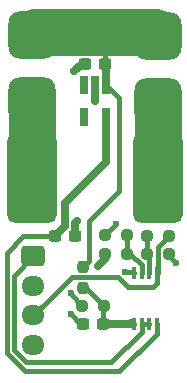
<source format=gtl>
G04 #@! TF.GenerationSoftware,KiCad,Pcbnew,7.0.8*
G04 #@! TF.CreationDate,2024-04-19T19:22:21-04:00*
G04 #@! TF.ProjectId,PMB,504d422e-6b69-4636-9164-5f7063625858,rev?*
G04 #@! TF.SameCoordinates,Original*
G04 #@! TF.FileFunction,Copper,L1,Top*
G04 #@! TF.FilePolarity,Positive*
%FSLAX46Y46*%
G04 Gerber Fmt 4.6, Leading zero omitted, Abs format (unit mm)*
G04 Created by KiCad (PCBNEW 7.0.8) date 2024-04-19 19:22:21*
%MOMM*%
%LPD*%
G01*
G04 APERTURE LIST*
G04 Aperture macros list*
%AMRoundRect*
0 Rectangle with rounded corners*
0 $1 Rounding radius*
0 $2 $3 $4 $5 $6 $7 $8 $9 X,Y pos of 4 corners*
0 Add a 4 corners polygon primitive as box body*
4,1,4,$2,$3,$4,$5,$6,$7,$8,$9,$2,$3,0*
0 Add four circle primitives for the rounded corners*
1,1,$1+$1,$2,$3*
1,1,$1+$1,$4,$5*
1,1,$1+$1,$6,$7*
1,1,$1+$1,$8,$9*
0 Add four rect primitives between the rounded corners*
20,1,$1+$1,$2,$3,$4,$5,0*
20,1,$1+$1,$4,$5,$6,$7,0*
20,1,$1+$1,$6,$7,$8,$9,0*
20,1,$1+$1,$8,$9,$2,$3,0*%
G04 Aperture macros list end*
G04 #@! TA.AperFunction,ComponentPad*
%ADD10RoundRect,1.000000X-1.000000X-1.000000X1.000000X-1.000000X1.000000X1.000000X-1.000000X1.000000X0*%
G04 #@! TD*
G04 #@! TA.AperFunction,SMDPad,CuDef*
%ADD11R,0.400000X1.100000*%
G04 #@! TD*
G04 #@! TA.AperFunction,SMDPad,CuDef*
%ADD12RoundRect,0.237500X0.250000X0.237500X-0.250000X0.237500X-0.250000X-0.237500X0.250000X-0.237500X0*%
G04 #@! TD*
G04 #@! TA.AperFunction,SMDPad,CuDef*
%ADD13RoundRect,0.636363X1.463637X3.163637X-1.463637X3.163637X-1.463637X-3.163637X1.463637X-3.163637X0*%
G04 #@! TD*
G04 #@! TA.AperFunction,SMDPad,CuDef*
%ADD14RoundRect,0.237500X0.300000X0.237500X-0.300000X0.237500X-0.300000X-0.237500X0.300000X-0.237500X0*%
G04 #@! TD*
G04 #@! TA.AperFunction,SMDPad,CuDef*
%ADD15RoundRect,0.237500X-0.237500X0.250000X-0.237500X-0.250000X0.237500X-0.250000X0.237500X0.250000X0*%
G04 #@! TD*
G04 #@! TA.AperFunction,SMDPad,CuDef*
%ADD16RoundRect,0.237500X-0.250000X-0.237500X0.250000X-0.237500X0.250000X0.237500X-0.250000X0.237500X0*%
G04 #@! TD*
G04 #@! TA.AperFunction,SMDPad,CuDef*
%ADD17R,0.650000X1.560000*%
G04 #@! TD*
G04 #@! TA.AperFunction,ComponentPad*
%ADD18RoundRect,1.000000X1.000000X1.000000X-1.000000X1.000000X-1.000000X-1.000000X1.000000X-1.000000X0*%
G04 #@! TD*
G04 #@! TA.AperFunction,ComponentPad*
%ADD19RoundRect,0.250000X-0.725000X0.600000X-0.725000X-0.600000X0.725000X-0.600000X0.725000X0.600000X0*%
G04 #@! TD*
G04 #@! TA.AperFunction,ComponentPad*
%ADD20O,1.950000X1.700000*%
G04 #@! TD*
G04 #@! TA.AperFunction,ViaPad*
%ADD21C,0.600000*%
G04 #@! TD*
G04 #@! TA.AperFunction,Conductor*
%ADD22C,0.650000*%
G04 #@! TD*
G04 #@! TA.AperFunction,Conductor*
%ADD23C,0.400000*%
G04 #@! TD*
G04 #@! TA.AperFunction,Conductor*
%ADD24C,4.000000*%
G04 #@! TD*
G04 APERTURE END LIST*
D10*
X162307125Y-82104190D03*
X162307125Y-87692190D03*
D11*
X162218194Y-102173104D03*
X161568194Y-102173104D03*
X160918194Y-102173104D03*
X160268194Y-102173104D03*
X160268194Y-106473104D03*
X160918194Y-106473104D03*
X161568194Y-106473104D03*
X162218194Y-106473104D03*
D12*
X163218500Y-100510296D03*
X161393500Y-100510296D03*
X159662500Y-100519965D03*
X157837500Y-100519965D03*
D13*
X162316862Y-94099085D03*
X151648862Y-94099085D03*
D14*
X157677946Y-106462861D03*
X155952946Y-106462861D03*
D15*
X155956000Y-101609911D03*
X155956000Y-103434911D03*
D16*
X157837500Y-98961485D03*
X159662500Y-98961485D03*
D14*
X155294500Y-99060000D03*
X153569500Y-99060000D03*
X157823849Y-84436857D03*
X156098849Y-84436857D03*
D16*
X161393500Y-98986296D03*
X163218500Y-98986296D03*
D17*
X157920611Y-86208619D03*
X156970611Y-86208619D03*
X156020611Y-86208619D03*
X156020611Y-88908619D03*
X157920611Y-88908619D03*
D18*
X151638000Y-87630000D03*
X151638000Y-82042000D03*
D12*
X157728009Y-104933175D03*
X155903009Y-104933175D03*
D19*
X151759554Y-100745813D03*
D20*
X151759554Y-103245813D03*
X151759554Y-105745813D03*
X151759554Y-108245813D03*
D21*
X154693417Y-83337912D03*
X157693417Y-83337912D03*
X156693417Y-81337912D03*
X159693417Y-80337912D03*
X158693417Y-80337912D03*
X159693417Y-83337912D03*
X159693417Y-81337912D03*
X159693417Y-82337912D03*
X155693417Y-80337912D03*
X158693417Y-82337912D03*
X157693417Y-80337912D03*
X157693417Y-82337912D03*
X156693417Y-82337912D03*
X155693417Y-82337912D03*
X155693417Y-81337912D03*
X154693417Y-80337912D03*
X155693417Y-83337912D03*
X158693417Y-81337912D03*
X154693417Y-82337912D03*
X157693417Y-81337912D03*
X156693417Y-80337912D03*
X156693417Y-83337912D03*
X154693417Y-81337912D03*
X158693417Y-83337912D03*
X152114000Y-90170000D03*
X151114000Y-93170000D03*
X153114000Y-93170000D03*
X150114000Y-97170000D03*
X152114000Y-92170000D03*
X154940000Y-105664000D03*
X151114000Y-97170000D03*
X150114000Y-92170000D03*
X151114000Y-91170000D03*
X151114000Y-96170000D03*
X157226000Y-101600000D03*
X156972000Y-87603619D03*
X152114000Y-95170000D03*
X150114000Y-91170000D03*
X151114000Y-94170000D03*
X150114000Y-93170000D03*
X154940000Y-103886000D03*
X159512000Y-102108000D03*
X150114000Y-90170000D03*
X152114000Y-93170000D03*
X153114000Y-94170000D03*
X153114000Y-97170000D03*
X155448000Y-97790000D03*
X151114000Y-90170000D03*
X150114000Y-96170000D03*
X153114000Y-90170000D03*
X150114000Y-94170000D03*
X152114000Y-96170000D03*
X151114000Y-95170000D03*
X153114000Y-96170000D03*
X151114000Y-92170000D03*
X153114000Y-91170000D03*
X155194000Y-85090000D03*
X152114000Y-91170000D03*
X163830000Y-101346000D03*
X152114000Y-94170000D03*
X152114000Y-97170000D03*
X153114000Y-92170000D03*
X150114000Y-95170000D03*
X153114000Y-95170000D03*
X163782000Y-93170000D03*
X160782000Y-91170000D03*
X163782000Y-97170000D03*
X162782000Y-92170000D03*
X163782000Y-90170000D03*
X161782000Y-94170000D03*
X160782000Y-94170000D03*
X161782000Y-97170000D03*
X161782000Y-95170000D03*
X163782000Y-94170000D03*
X160782000Y-90170000D03*
X161782000Y-93170000D03*
X160782000Y-92170000D03*
X160782000Y-93170000D03*
X162782000Y-96170000D03*
X161782000Y-96170000D03*
X163782000Y-96170000D03*
X160782000Y-95170000D03*
X163782000Y-95170000D03*
X158750000Y-98044000D03*
X163782000Y-92170000D03*
X162782000Y-93170000D03*
X162782000Y-95170000D03*
X162782000Y-94170000D03*
X163782000Y-91170000D03*
X161782000Y-92170000D03*
X162782000Y-97170000D03*
X161782000Y-91170000D03*
X160782000Y-96170000D03*
X160782000Y-97170000D03*
X161782000Y-90170000D03*
X162782000Y-91170000D03*
X162782000Y-90170000D03*
D22*
X157920611Y-86208619D02*
X157920611Y-84533619D01*
D23*
X156464000Y-101101911D02*
X156464000Y-97790000D01*
X157823849Y-81851706D02*
X157734000Y-81761857D01*
D24*
X162025857Y-81761857D02*
X157734000Y-81761857D01*
D22*
X157920611Y-84533619D02*
X157823849Y-84436857D01*
D23*
X155956000Y-101609911D02*
X156464000Y-101101911D01*
X159004000Y-87292008D02*
X157920611Y-86208619D01*
X159004000Y-95250000D02*
X159004000Y-87292008D01*
D24*
X151918143Y-81761857D02*
X151638000Y-82042000D01*
X162306000Y-82042000D02*
X162025857Y-81761857D01*
D23*
X157823849Y-84436857D02*
X157823849Y-81851706D01*
X156464000Y-97790000D02*
X159004000Y-95250000D01*
D24*
X157734000Y-81761857D02*
X151918143Y-81761857D01*
D22*
X155294500Y-97943500D02*
X155294500Y-99060000D01*
D23*
X160203090Y-102108000D02*
X160268194Y-102173104D01*
X154940000Y-105664000D02*
X155738861Y-106462861D01*
D22*
X157837500Y-100988500D02*
X157837500Y-100519965D01*
X155448000Y-97790000D02*
X155294500Y-97943500D01*
D23*
X155738861Y-106462861D02*
X155952946Y-106462861D01*
X163830000Y-101346000D02*
X163218500Y-100734500D01*
X155952946Y-104983112D02*
X155903009Y-104933175D01*
X154940000Y-103970166D02*
X155903009Y-104933175D01*
D24*
X151638000Y-94088223D02*
X151648862Y-94099085D01*
D22*
X156972000Y-87603619D02*
X156972000Y-87107470D01*
D24*
X151638000Y-87630000D02*
X151638000Y-94088223D01*
D22*
X157226000Y-101600000D02*
X157837500Y-100988500D01*
D23*
X154940000Y-103886000D02*
X154940000Y-103970166D01*
X159512000Y-102108000D02*
X160203090Y-102108000D01*
D22*
X156970611Y-87106081D02*
X156970611Y-86208619D01*
X155847143Y-84436857D02*
X155194000Y-85090000D01*
X156972000Y-87107470D02*
X156970611Y-87106081D01*
X156098849Y-84436857D02*
X155847143Y-84436857D01*
D23*
X163218500Y-100734500D02*
X163218500Y-100510296D01*
X153569500Y-99060000D02*
X150876000Y-99060000D01*
D22*
X157920611Y-88908619D02*
X157920611Y-92777389D01*
D23*
X159004000Y-110490000D02*
X162218194Y-107275806D01*
D22*
X157920611Y-92777389D02*
X154432000Y-96266000D01*
D23*
X151043472Y-110490000D02*
X159004000Y-110490000D01*
D22*
X154432000Y-96266000D02*
X154432000Y-98197500D01*
D23*
X150876000Y-99060000D02*
X149514000Y-100422000D01*
X162218194Y-107275806D02*
X162218194Y-106473104D01*
D22*
X154432000Y-98197500D02*
X153569500Y-99060000D01*
D23*
X149514000Y-100422000D02*
X149514000Y-108960528D01*
X149514000Y-108960528D02*
X151043472Y-110490000D01*
X157677946Y-106462861D02*
X157677946Y-104983238D01*
D22*
X159983139Y-106462861D02*
X160020000Y-106426000D01*
X157677946Y-106462861D02*
X159983139Y-106462861D01*
D23*
X157677946Y-104983238D02*
X157728009Y-104933175D01*
X157728009Y-104933175D02*
X156229745Y-103434911D01*
X160067104Y-106473104D02*
X160020000Y-106426000D01*
X160268194Y-106473104D02*
X160067104Y-106473104D01*
X156229745Y-103434911D02*
X155956000Y-103434911D01*
D24*
X162306000Y-94088223D02*
X162316862Y-94099085D01*
D22*
X162316862Y-94099085D02*
X162237777Y-94020000D01*
D24*
X162306000Y-87630000D02*
X162306000Y-88646000D01*
X162306000Y-87630000D02*
X162306000Y-94088223D01*
D22*
X162237777Y-94020000D02*
X161758000Y-94020000D01*
D23*
X157866899Y-98990884D02*
X157837500Y-98961485D01*
X157837500Y-98956500D02*
X158750000Y-98044000D01*
X157837500Y-98961485D02*
X157837500Y-98956500D01*
X158328984Y-109728000D02*
X151130000Y-109728000D01*
X160918194Y-106473104D02*
X161568194Y-106473104D01*
X151130000Y-109728000D02*
X150114000Y-108712000D01*
X160918194Y-107138790D02*
X158328984Y-109728000D01*
X150114000Y-108712000D02*
X150114000Y-102391367D01*
X150114000Y-102391367D02*
X151759554Y-100745813D01*
X160918194Y-106473104D02*
X160918194Y-107138790D01*
X162218194Y-102173104D02*
X162281000Y-102110298D01*
X158898918Y-102510918D02*
X155045082Y-102510918D01*
X159766000Y-103378000D02*
X158898918Y-102510918D01*
X153133307Y-104372060D02*
X151759554Y-105745813D01*
X161865492Y-103378000D02*
X159766000Y-103378000D01*
X162964500Y-98986296D02*
X162953217Y-98997579D01*
X162281000Y-102110298D02*
X162281000Y-99923796D01*
X162218194Y-102173104D02*
X162218194Y-103025298D01*
X163218500Y-98986296D02*
X162964500Y-98986296D01*
X155045082Y-102510918D02*
X153183940Y-104372060D01*
X153183940Y-104372060D02*
X153133307Y-104372060D01*
X162281000Y-99923796D02*
X163218500Y-98986296D01*
X162218194Y-103025298D02*
X161865492Y-103378000D01*
X161568194Y-100684990D02*
X161393500Y-100510296D01*
X161568194Y-102173104D02*
X161568194Y-100684990D01*
X161393500Y-100510296D02*
X161393500Y-98986296D01*
X160918194Y-101482194D02*
X160918194Y-102173104D01*
X159662500Y-98961485D02*
X159662500Y-100519965D01*
X160918194Y-101482194D02*
X159955965Y-100519965D01*
X159955965Y-100519965D02*
X159662500Y-100519965D01*
M02*

</source>
